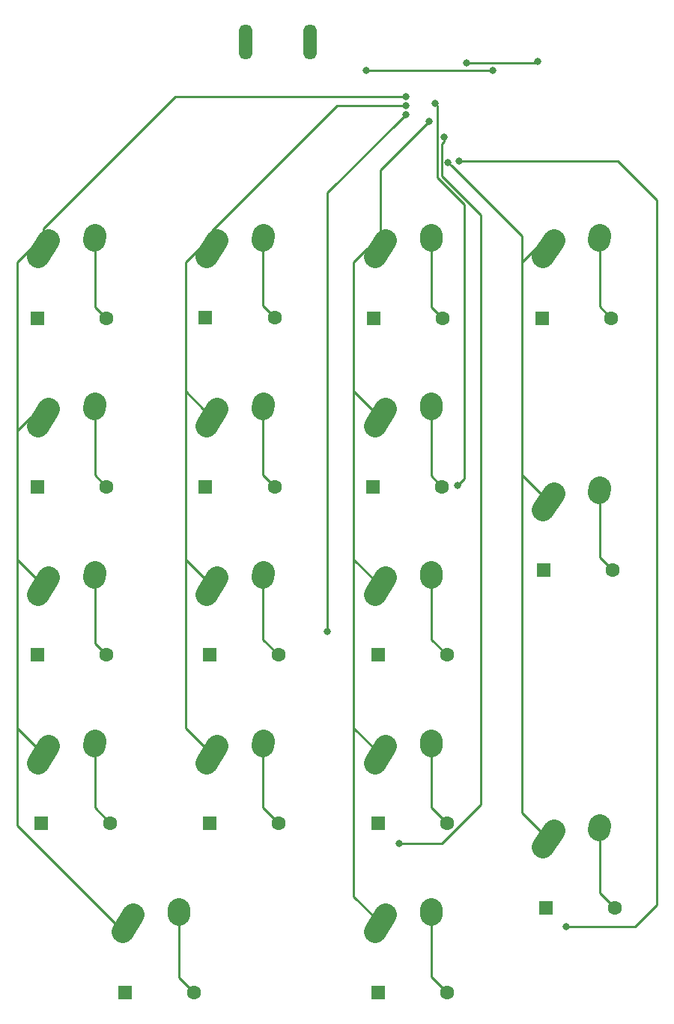
<source format=gtl>
G04 #@! TF.GenerationSoftware,KiCad,Pcbnew,(5.1.5)-3*
G04 #@! TF.CreationDate,2020-06-24T14:41:19-07:00*
G04 #@! TF.ProjectId,numpad,6e756d70-6164-42e6-9b69-6361645f7063,rev?*
G04 #@! TF.SameCoordinates,Original*
G04 #@! TF.FileFunction,Copper,L1,Top*
G04 #@! TF.FilePolarity,Positive*
%FSLAX46Y46*%
G04 Gerber Fmt 4.6, Leading zero omitted, Abs format (unit mm)*
G04 Created by KiCad (PCBNEW (5.1.5)-3) date 2020-06-24 14:41:19*
%MOMM*%
%LPD*%
G04 APERTURE LIST*
%ADD10C,2.500000*%
%ADD11R,1.600000X1.600000*%
%ADD12C,1.600000*%
%ADD13O,1.500000X4.000000*%
%ADD14C,0.800000*%
%ADD15C,0.250000*%
G04 APERTURE END LIST*
D10*
X170990974Y-120955872D02*
X170951526Y-121534528D01*
X165800712Y-121566385D02*
X164591788Y-123464015D01*
X151977224Y-130483172D02*
X151937776Y-131061828D01*
X146786962Y-131093685D02*
X145578038Y-132991315D01*
X123430324Y-130483172D02*
X123390876Y-131061828D01*
X118240062Y-131093685D02*
X117031138Y-132991315D01*
X151977224Y-111428483D02*
X151937776Y-112007139D01*
X146786962Y-112038996D02*
X145578038Y-113936626D01*
X132945974Y-111428483D02*
X132906526Y-112007139D01*
X127755712Y-112038996D02*
X126546788Y-113936626D01*
X113914724Y-111428483D02*
X113875276Y-112007139D01*
X108724462Y-112038996D02*
X107515538Y-113936626D01*
X151977224Y-92373796D02*
X151937776Y-92952452D01*
X146786962Y-92984309D02*
X145578038Y-94881939D01*
X132945974Y-92373796D02*
X132906526Y-92952452D01*
X127755712Y-92984309D02*
X126546788Y-94881939D01*
X113914724Y-92373796D02*
X113875276Y-92952452D01*
X108724462Y-92984309D02*
X107515538Y-94881939D01*
X170990974Y-82846472D02*
X170951526Y-83425128D01*
X165800712Y-83456985D02*
X164591788Y-85354615D01*
X151977224Y-73319109D02*
X151937776Y-73897765D01*
X146786962Y-73929622D02*
X145578038Y-75827252D01*
X132945974Y-73319109D02*
X132906526Y-73897765D01*
X127755712Y-73929622D02*
X126546788Y-75827252D01*
X113914724Y-73319109D02*
X113875276Y-73897765D01*
X108724462Y-73929622D02*
X107515538Y-75827252D01*
X170990974Y-54264422D02*
X170951526Y-54843078D01*
X165800712Y-54874935D02*
X164591788Y-56772565D01*
X151977224Y-54264422D02*
X151937776Y-54843078D01*
X146786962Y-54874935D02*
X145578038Y-56772565D01*
X113914724Y-54264422D02*
X113875276Y-54843078D01*
X108724462Y-54874935D02*
X107515538Y-56772565D01*
X132945974Y-54264422D02*
X132906526Y-54843078D01*
X127755712Y-54874935D02*
X126546788Y-56772565D01*
D11*
X117318750Y-139875000D03*
D12*
X125118750Y-139875000D03*
X115181250Y-63656250D03*
D11*
X107381250Y-63656250D03*
X107381250Y-82687500D03*
D12*
X115181250Y-82687500D03*
X115181250Y-101718750D03*
D11*
X107381250Y-101718750D03*
X107850000Y-120750000D03*
D12*
X115650000Y-120750000D03*
D11*
X126412500Y-63562500D03*
D12*
X134212500Y-63562500D03*
X134212500Y-82687500D03*
D11*
X126412500Y-82687500D03*
X126881250Y-101718750D03*
D12*
X134681250Y-101718750D03*
X134681250Y-120750000D03*
D11*
X126881250Y-120750000D03*
D12*
X153243750Y-63656250D03*
D11*
X145443750Y-63656250D03*
X145368750Y-82687500D03*
D12*
X153168750Y-82687500D03*
D11*
X145912500Y-101718750D03*
D12*
X153712500Y-101718750D03*
D11*
X145912500Y-120750000D03*
D12*
X153712500Y-120750000D03*
D11*
X145912500Y-139875000D03*
D12*
X153712500Y-139875000D03*
X172275000Y-63656250D03*
D11*
X164475000Y-63656250D03*
D12*
X172462500Y-92156250D03*
D11*
X164662500Y-92156250D03*
D12*
X172668750Y-130312500D03*
D11*
X164868750Y-130312500D03*
D13*
X130940000Y-32450000D03*
X138240000Y-32450000D03*
D14*
X152400000Y-39370000D03*
X154940000Y-82550000D03*
X140210000Y-99090000D03*
X149035000Y-40640012D03*
X148320000Y-123030000D03*
X153345010Y-43160000D03*
X155070000Y-45928752D03*
X167210000Y-132460000D03*
X149035000Y-38639974D03*
X149035000Y-39639987D03*
X151710000Y-41420000D03*
X153850020Y-46040000D03*
X158890000Y-35690000D03*
X144560000Y-35690000D03*
X155900000Y-34810000D03*
X163980000Y-34660000D03*
D15*
X113895000Y-62370000D02*
X115181250Y-63656250D01*
X113895000Y-54553750D02*
X113895000Y-62370000D01*
X113895000Y-81401250D02*
X115181250Y-82687500D01*
X113895000Y-73608437D02*
X113895000Y-81401250D01*
X155693401Y-81796599D02*
X154940000Y-82550000D01*
X155693401Y-50799811D02*
X155693401Y-81796599D01*
X152620000Y-47726410D02*
X155693401Y-50799811D01*
X152400000Y-39370000D02*
X152620000Y-39590000D01*
X152620000Y-39590000D02*
X152620000Y-47726410D01*
X113895000Y-100432500D02*
X115181250Y-101718750D01*
X113895000Y-92663124D02*
X113895000Y-100432500D01*
X140210000Y-99090000D02*
X140210000Y-49465012D01*
X140210000Y-49465012D02*
X148635001Y-41040011D01*
X148635001Y-41040011D02*
X149035000Y-40640012D01*
X113895000Y-118995000D02*
X115650000Y-120750000D01*
X113895000Y-111717811D02*
X113895000Y-118995000D01*
X148320000Y-123030000D02*
X153097502Y-123030000D01*
X153097502Y-123030000D02*
X157540000Y-118587502D01*
X153345010Y-43725685D02*
X153345010Y-43160000D01*
X153125010Y-43945685D02*
X153345010Y-43725685D01*
X153125010Y-47595010D02*
X153125010Y-43945685D01*
X157540000Y-52010000D02*
X153125010Y-47595010D01*
X157540000Y-118587502D02*
X157540000Y-52010000D01*
X123410600Y-138166850D02*
X125118750Y-139875000D01*
X123410600Y-130772500D02*
X123410600Y-138166850D01*
X164882382Y-45928752D02*
X164883630Y-45930000D01*
X155070000Y-45928752D02*
X164882382Y-45928752D01*
X164883630Y-45930000D02*
X173060000Y-45930000D01*
X173060000Y-45930000D02*
X177440000Y-50310000D01*
X177440000Y-50310000D02*
X177440000Y-130010000D01*
X177440000Y-130010000D02*
X174990000Y-132460000D01*
X174990000Y-132460000D02*
X167210000Y-132460000D01*
X132926250Y-62276250D02*
X134212500Y-63562500D01*
X132926250Y-54553750D02*
X132926250Y-62276250D01*
X132926250Y-81401250D02*
X134212500Y-82687500D01*
X132926250Y-73608437D02*
X132926250Y-81401250D01*
X132926250Y-99963750D02*
X134681250Y-101718750D01*
X132926250Y-92663124D02*
X132926250Y-99963750D01*
X132926250Y-118995000D02*
X134681250Y-120750000D01*
X132926250Y-111717811D02*
X132926250Y-118995000D01*
X151957500Y-62370000D02*
X153243750Y-63656250D01*
X151957500Y-54553750D02*
X151957500Y-62370000D01*
X151957500Y-81476250D02*
X153168750Y-82687500D01*
X151957500Y-73608437D02*
X151957500Y-81476250D01*
X151957500Y-99963750D02*
X153712500Y-101718750D01*
X151957500Y-92663124D02*
X151957500Y-99963750D01*
X151957500Y-118995000D02*
X153712500Y-120750000D01*
X151957500Y-111717811D02*
X151957500Y-118995000D01*
X151957500Y-138120000D02*
X153712500Y-139875000D01*
X151957500Y-130772500D02*
X151957500Y-138120000D01*
X170971250Y-62352500D02*
X172275000Y-63656250D01*
X170971250Y-54553750D02*
X170971250Y-62352500D01*
X170971250Y-90665000D02*
X172462500Y-92156250D01*
X170971250Y-83135800D02*
X170971250Y-90665000D01*
X170971250Y-128615000D02*
X172668750Y-130312500D01*
X170971250Y-121245200D02*
X170971250Y-128615000D01*
X107214657Y-93027781D02*
X108120000Y-93933124D01*
X105119099Y-90932223D02*
X107214657Y-93027781D01*
X106637890Y-74878437D02*
X105119099Y-76397228D01*
X108120000Y-74878437D02*
X106637890Y-74878437D01*
X105119099Y-109986910D02*
X108120000Y-112987811D01*
X105119099Y-90729099D02*
X105119099Y-90932223D01*
X105119099Y-90729099D02*
X105119099Y-109986910D01*
X105119099Y-76397228D02*
X105119099Y-90729099D01*
X116153490Y-132042500D02*
X117635600Y-132042500D01*
X105119099Y-121008109D02*
X116153490Y-132042500D01*
X105119099Y-109986910D02*
X105119099Y-121008109D01*
X105119099Y-57342541D02*
X105119099Y-76397228D01*
X106637890Y-55823750D02*
X105119099Y-57342541D01*
X108120000Y-55823750D02*
X106637890Y-55823750D01*
X149035000Y-38639974D02*
X123020026Y-38639974D01*
X108120000Y-53540000D02*
X108120000Y-55823750D01*
X123020026Y-38639974D02*
X108120000Y-53540000D01*
X126245907Y-73973094D02*
X127151250Y-74878437D01*
X124150349Y-71877536D02*
X126245907Y-73973094D01*
X124150349Y-57342541D02*
X124150349Y-71877536D01*
X125669140Y-55823750D02*
X124150349Y-57342541D01*
X127151250Y-55823750D02*
X125669140Y-55823750D01*
X124150349Y-90932223D02*
X127151250Y-93933124D01*
X124150349Y-71877536D02*
X124150349Y-90932223D01*
X124150349Y-109986910D02*
X127151250Y-112987811D01*
X124150349Y-90932223D02*
X124150349Y-109986910D01*
X148469315Y-39639987D02*
X149035000Y-39639987D01*
X127151250Y-55823750D02*
X127151250Y-53783549D01*
X141294812Y-39639987D02*
X148469315Y-39639987D01*
X127151250Y-53783549D02*
X141294812Y-39639987D01*
X145277157Y-73973094D02*
X146182500Y-74878437D01*
X144700390Y-55823750D02*
X143181599Y-57342541D01*
X143181599Y-71877536D02*
X145277157Y-73973094D01*
X146182500Y-55823750D02*
X144700390Y-55823750D01*
X143181599Y-90932223D02*
X146182500Y-93933124D01*
X143181599Y-71588401D02*
X143181599Y-90932223D01*
X143181599Y-71588401D02*
X143181599Y-71877536D01*
X143181599Y-57342541D02*
X143181599Y-71588401D01*
X143181599Y-109986910D02*
X146182500Y-112987811D01*
X143181599Y-129041599D02*
X146182500Y-132042500D01*
X143181599Y-109558401D02*
X143181599Y-129041599D01*
X143181599Y-109558401D02*
X143181599Y-109986910D01*
X143181599Y-90932223D02*
X143181599Y-109558401D01*
X146182500Y-46947500D02*
X146182500Y-55823750D01*
X151710000Y-41420000D02*
X146182500Y-46947500D01*
X164290907Y-83500457D02*
X165196250Y-84405800D01*
X162195349Y-57342541D02*
X162195349Y-81404899D01*
X162195349Y-81404899D02*
X164290907Y-83500457D01*
X163714140Y-55823750D02*
X162195349Y-57342541D01*
X165196250Y-55823750D02*
X163714140Y-55823750D01*
X162195349Y-119514299D02*
X165196250Y-122515200D01*
X162195349Y-81404899D02*
X162195349Y-119514299D01*
X162195349Y-57342541D02*
X162195349Y-54385329D01*
X162195349Y-54385329D02*
X154250019Y-46439999D01*
X154250019Y-46439999D02*
X153850020Y-46040000D01*
X158890000Y-35690000D02*
X144560000Y-35690000D01*
X155900000Y-34810000D02*
X163830000Y-34810000D01*
X163830000Y-34810000D02*
X163980000Y-34660000D01*
M02*

</source>
